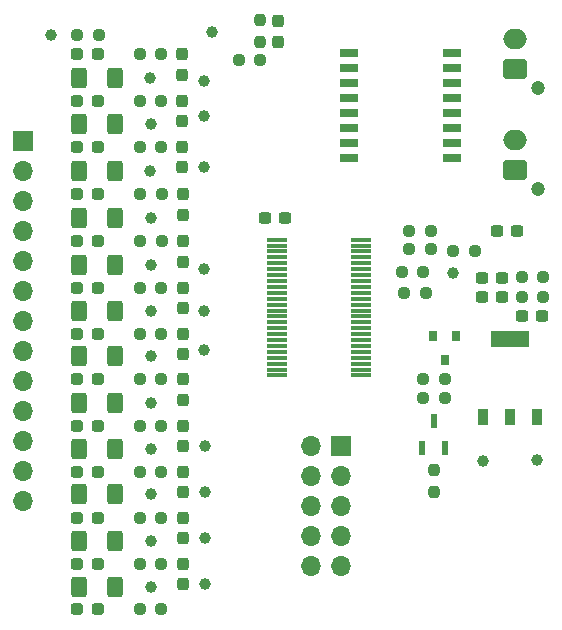
<source format=gts>
%TF.GenerationSoftware,KiCad,Pcbnew,(6.0.11)*%
%TF.CreationDate,2023-07-31T18:46:05+10:00*%
%TF.ProjectId,LVBMS_A_Sample_R2,4c56424d-535f-4415-9f53-616d706c655f,1*%
%TF.SameCoordinates,Original*%
%TF.FileFunction,Soldermask,Top*%
%TF.FilePolarity,Negative*%
%FSLAX46Y46*%
G04 Gerber Fmt 4.6, Leading zero omitted, Abs format (unit mm)*
G04 Created by KiCad (PCBNEW (6.0.11)) date 2023-07-31 18:46:05*
%MOMM*%
%LPD*%
G01*
G04 APERTURE LIST*
G04 Aperture macros list*
%AMRoundRect*
0 Rectangle with rounded corners*
0 $1 Rounding radius*
0 $2 $3 $4 $5 $6 $7 $8 $9 X,Y pos of 4 corners*
0 Add a 4 corners polygon primitive as box body*
4,1,4,$2,$3,$4,$5,$6,$7,$8,$9,$2,$3,0*
0 Add four circle primitives for the rounded corners*
1,1,$1+$1,$2,$3*
1,1,$1+$1,$4,$5*
1,1,$1+$1,$6,$7*
1,1,$1+$1,$8,$9*
0 Add four rect primitives between the rounded corners*
20,1,$1+$1,$2,$3,$4,$5,0*
20,1,$1+$1,$4,$5,$6,$7,0*
20,1,$1+$1,$6,$7,$8,$9,0*
20,1,$1+$1,$8,$9,$2,$3,0*%
G04 Aperture macros list end*
%ADD10RoundRect,0.250000X-0.400000X-0.625000X0.400000X-0.625000X0.400000X0.625000X-0.400000X0.625000X0*%
%ADD11C,1.000000*%
%ADD12RoundRect,0.237500X0.250000X0.237500X-0.250000X0.237500X-0.250000X-0.237500X0.250000X-0.237500X0*%
%ADD13RoundRect,0.237500X-0.250000X-0.237500X0.250000X-0.237500X0.250000X0.237500X-0.250000X0.237500X0*%
%ADD14RoundRect,0.237500X0.300000X0.237500X-0.300000X0.237500X-0.300000X-0.237500X0.300000X-0.237500X0*%
%ADD15RoundRect,0.237500X0.237500X-0.300000X0.237500X0.300000X-0.237500X0.300000X-0.237500X-0.300000X0*%
%ADD16RoundRect,0.237500X-0.300000X-0.237500X0.300000X-0.237500X0.300000X0.237500X-0.300000X0.237500X0*%
%ADD17R,1.800000X0.300000*%
%ADD18RoundRect,0.237500X-0.287500X-0.237500X0.287500X-0.237500X0.287500X0.237500X-0.287500X0.237500X0*%
%ADD19C,1.200000*%
%ADD20RoundRect,0.250000X0.750000X-0.600000X0.750000X0.600000X-0.750000X0.600000X-0.750000X-0.600000X0*%
%ADD21O,2.000000X1.700000*%
%ADD22RoundRect,0.237500X0.237500X-0.250000X0.237500X0.250000X-0.237500X0.250000X-0.237500X-0.250000X0*%
%ADD23R,1.700000X1.700000*%
%ADD24O,1.700000X1.700000*%
%ADD25R,0.950000X1.450000*%
%ADD26R,3.200000X1.450000*%
%ADD27R,0.600000X1.150000*%
%ADD28R,1.595000X0.800000*%
%ADD29R,0.800000X0.900000*%
G04 APERTURE END LIST*
D10*
%TO.C,R47*%
X132384500Y-114528600D03*
X135484500Y-114528600D03*
%TD*%
D11*
%TO.C,TP15*%
X138487800Y-110642400D03*
%TD*%
D12*
%TO.C,R10*%
X134084200Y-67843400D03*
X132259200Y-67843400D03*
%TD*%
D13*
%TO.C,R4*%
X160377500Y-84404200D03*
X162202500Y-84404200D03*
%TD*%
D11*
%TO.C,TP28*%
X143002000Y-79044800D03*
%TD*%
D14*
%TO.C,C5*%
X149884300Y-83312000D03*
X148159300Y-83312000D03*
%TD*%
D10*
%TO.C,R36*%
X132384200Y-71450200D03*
X135484200Y-71450200D03*
%TD*%
D15*
%TO.C,C15*%
X141180200Y-106525400D03*
X141180200Y-104800400D03*
%TD*%
D16*
%TO.C,C20*%
X167768100Y-84404200D03*
X169493100Y-84404200D03*
%TD*%
D17*
%TO.C,U1*%
X149212200Y-85155600D03*
X149212200Y-85655600D03*
X149212200Y-86155600D03*
X149212200Y-86655600D03*
X149212200Y-87155600D03*
X149212200Y-87655600D03*
X149212200Y-88155600D03*
X149212200Y-88655600D03*
X149212200Y-89155600D03*
X149212200Y-89655600D03*
X149212200Y-90155600D03*
X149212200Y-90655600D03*
X149212200Y-91155600D03*
X149212200Y-91655600D03*
X149212200Y-92155600D03*
X149212200Y-92655600D03*
X149212200Y-93155600D03*
X149212200Y-93655600D03*
X149212200Y-94155600D03*
X149212200Y-94655600D03*
X149212200Y-95155600D03*
X149212200Y-95655600D03*
X149212200Y-96155600D03*
X149212200Y-96655600D03*
X156312200Y-96655600D03*
X156312200Y-96155600D03*
X156312200Y-95655600D03*
X156312200Y-95155600D03*
X156312200Y-94655600D03*
X156312200Y-94155600D03*
X156312200Y-93655600D03*
X156312200Y-93155600D03*
X156312200Y-92655600D03*
X156312200Y-92155600D03*
X156312200Y-91655600D03*
X156312200Y-91155600D03*
X156312200Y-90655600D03*
X156312200Y-90155600D03*
X156312200Y-89655600D03*
X156312200Y-89155600D03*
X156312200Y-88655600D03*
X156312200Y-88155600D03*
X156312200Y-87655600D03*
X156312200Y-87155600D03*
X156312200Y-86655600D03*
X156312200Y-86155600D03*
X156312200Y-85655600D03*
X156312200Y-85155600D03*
%TD*%
D12*
%TO.C,R21*%
X139400300Y-89255600D03*
X137575300Y-89255600D03*
%TD*%
D13*
%TO.C,R6*%
X159742500Y-87934800D03*
X161567500Y-87934800D03*
%TD*%
D12*
%TO.C,R13*%
X139393300Y-73406000D03*
X137568300Y-73406000D03*
%TD*%
D18*
%TO.C,F8*%
X132259500Y-96977200D03*
X134009500Y-96977200D03*
%TD*%
D11*
%TO.C,TP35*%
X143103600Y-110411600D03*
%TD*%
D12*
%TO.C,R32*%
X139400300Y-104800400D03*
X137575300Y-104800400D03*
%TD*%
D19*
%TO.C,J1*%
X171316400Y-72288200D03*
D20*
X169316400Y-70688200D03*
D21*
X169316400Y-68188200D03*
%TD*%
D11*
%TO.C,TP29*%
X143002000Y-87680800D03*
%TD*%
D15*
%TO.C,C11*%
X141180200Y-90980600D03*
X141180200Y-89255600D03*
%TD*%
D22*
%TO.C,R2*%
X162433000Y-106500300D03*
X162433000Y-104675300D03*
%TD*%
D18*
%TO.C,F2*%
X132259200Y-73406000D03*
X134009200Y-73406000D03*
%TD*%
D11*
%TO.C,TP33*%
X143103600Y-102639200D03*
%TD*%
%TO.C,TP6*%
X138487800Y-75361800D03*
%TD*%
D13*
%TO.C,R49*%
X169904700Y-88354200D03*
X171729700Y-88354200D03*
%TD*%
D12*
%TO.C,R35*%
X139400300Y-116459000D03*
X137575300Y-116459000D03*
%TD*%
D10*
%TO.C,R39*%
X132384200Y-83286600D03*
X135484200Y-83286600D03*
%TD*%
D18*
%TO.C,F5*%
X132259200Y-85293200D03*
X134009200Y-85293200D03*
%TD*%
D10*
%TO.C,R42*%
X132384500Y-95046800D03*
X135484500Y-95046800D03*
%TD*%
D12*
%TO.C,R5*%
X162202500Y-85953600D03*
X160377500Y-85953600D03*
%TD*%
D11*
%TO.C,TP25*%
X143002000Y-71729600D03*
%TD*%
D15*
%TO.C,C19*%
X149301200Y-68401100D03*
X149301200Y-66676100D03*
%TD*%
D12*
%TO.C,R17*%
X139409100Y-81305400D03*
X137584100Y-81305400D03*
%TD*%
D23*
%TO.C,J2*%
X127711200Y-76809600D03*
D24*
X127711200Y-79349600D03*
X127711200Y-81889600D03*
X127711200Y-84429600D03*
X127711200Y-86969600D03*
X127711200Y-89509600D03*
X127711200Y-92049600D03*
X127711200Y-94589600D03*
X127711200Y-97129600D03*
X127711200Y-99669600D03*
X127711200Y-102209600D03*
X127711200Y-104749600D03*
X127711200Y-107289600D03*
%TD*%
D12*
%TO.C,R34*%
X139400300Y-112598200D03*
X137575300Y-112598200D03*
%TD*%
D18*
%TO.C,F7*%
X132259200Y-93116400D03*
X134009200Y-93116400D03*
%TD*%
%TO.C,F12*%
X132259500Y-112598200D03*
X134009500Y-112598200D03*
%TD*%
D16*
%TO.C,C4*%
X166499200Y-88366600D03*
X168224200Y-88366600D03*
%TD*%
D15*
%TO.C,C16*%
X141180200Y-110411600D03*
X141180200Y-108686600D03*
%TD*%
D18*
%TO.C,F13*%
X132259500Y-116459000D03*
X134009500Y-116459000D03*
%TD*%
D23*
%TO.C,J4*%
X154579000Y-102620600D03*
D24*
X152039000Y-102620600D03*
X154579000Y-105160600D03*
X152039000Y-105160600D03*
X154579000Y-107700600D03*
X152039000Y-107700600D03*
X154579000Y-110240600D03*
X152039000Y-110240600D03*
X154579000Y-112780600D03*
X152039000Y-112780600D03*
%TD*%
D25*
%TO.C,Q2*%
X166596000Y-100201000D03*
X168896000Y-100201000D03*
X171196000Y-100201000D03*
D26*
X168896000Y-93601000D03*
%TD*%
D12*
%TO.C,R52*%
X163370900Y-98526600D03*
X161545900Y-98526600D03*
%TD*%
D18*
%TO.C,F3*%
X132259800Y-77317600D03*
X134009800Y-77317600D03*
%TD*%
%TO.C,F9*%
X132259500Y-100914200D03*
X134009500Y-100914200D03*
%TD*%
D15*
%TO.C,C9*%
X141189000Y-83030400D03*
X141189000Y-81305400D03*
%TD*%
D11*
%TO.C,TP10*%
X138487800Y-91155600D03*
%TD*%
D12*
%TO.C,R29*%
X139400300Y-93116400D03*
X137575300Y-93116400D03*
%TD*%
D11*
%TO.C,TP27*%
X143002000Y-74726800D03*
%TD*%
D13*
%TO.C,R48*%
X169904700Y-90030600D03*
X171729700Y-90030600D03*
%TD*%
D27*
%TO.C,Q1*%
X161483000Y-102775400D03*
X163383000Y-102775400D03*
X162433000Y-100475400D03*
%TD*%
D12*
%TO.C,R31*%
X139400300Y-100914200D03*
X137575300Y-100914200D03*
%TD*%
D10*
%TO.C,R44*%
X132384500Y-102870000D03*
X135484500Y-102870000D03*
%TD*%
%TO.C,R43*%
X132384500Y-98958400D03*
X135484500Y-98958400D03*
%TD*%
D28*
%TO.C,T1*%
X163965600Y-78206600D03*
X163965600Y-76936600D03*
X163965600Y-75666600D03*
X163965600Y-74396600D03*
X163965600Y-73126600D03*
X163965600Y-71856600D03*
X163965600Y-70586600D03*
X163965600Y-69316600D03*
X155261600Y-69316600D03*
X155261600Y-70586600D03*
X155261600Y-71856600D03*
X155261600Y-73126600D03*
X155261600Y-74396600D03*
X155261600Y-75666600D03*
X155261600Y-76936600D03*
X155261600Y-78206600D03*
%TD*%
D22*
%TO.C,R3*%
X147751800Y-68401100D03*
X147751800Y-66576100D03*
%TD*%
D15*
%TO.C,C6*%
X141173200Y-71195100D03*
X141173200Y-69470100D03*
%TD*%
D18*
%TO.C,F4*%
X132259800Y-81305400D03*
X134009800Y-81305400D03*
%TD*%
D10*
%TO.C,R38*%
X132384800Y-79324200D03*
X135484800Y-79324200D03*
%TD*%
D15*
%TO.C,C17*%
X141180200Y-114323200D03*
X141180200Y-112598200D03*
%TD*%
D18*
%TO.C,F11*%
X132259500Y-108686600D03*
X134009500Y-108686600D03*
%TD*%
D10*
%TO.C,R40*%
X132384200Y-87274400D03*
X135484200Y-87274400D03*
%TD*%
D11*
%TO.C,TP9*%
X138506200Y-87274400D03*
%TD*%
D15*
%TO.C,C14*%
X141180200Y-102639200D03*
X141180200Y-100914200D03*
%TD*%
D18*
%TO.C,F1*%
X132259200Y-69458800D03*
X134009200Y-69458800D03*
%TD*%
D13*
%TO.C,R53*%
X161545900Y-96951800D03*
X163370900Y-96951800D03*
%TD*%
D12*
%TO.C,R15*%
X139395100Y-77317600D03*
X137570100Y-77317600D03*
%TD*%
D11*
%TO.C,TP8*%
X138496600Y-83286600D03*
%TD*%
D12*
%TO.C,R33*%
X139400300Y-108686600D03*
X137575300Y-108686600D03*
%TD*%
D11*
%TO.C,TP1*%
X166624000Y-103936800D03*
%TD*%
D29*
%TO.C,Q15*%
X164322800Y-93335600D03*
X162422800Y-93335600D03*
X163372800Y-95335600D03*
%TD*%
D15*
%TO.C,C7*%
X141173200Y-75131000D03*
X141173200Y-73406000D03*
%TD*%
D11*
%TO.C,TP4*%
X143662400Y-67614800D03*
%TD*%
D10*
%TO.C,R46*%
X132384500Y-110642400D03*
X135484500Y-110642400D03*
%TD*%
D11*
%TO.C,TP2*%
X130022600Y-67843400D03*
%TD*%
D18*
%TO.C,F10*%
X132259500Y-104800400D03*
X134009500Y-104800400D03*
%TD*%
D11*
%TO.C,TP3*%
X171196000Y-103835200D03*
%TD*%
D12*
%TO.C,R11*%
X139393300Y-69458800D03*
X137568300Y-69458800D03*
%TD*%
D16*
%TO.C,C2*%
X169904700Y-91605400D03*
X171629700Y-91605400D03*
%TD*%
D11*
%TO.C,TP12*%
X138487800Y-98958400D03*
%TD*%
%TO.C,TP11*%
X138487800Y-95046800D03*
%TD*%
D15*
%TO.C,C10*%
X141198600Y-87018200D03*
X141198600Y-85293200D03*
%TD*%
D10*
%TO.C,R41*%
X132384200Y-91186000D03*
X135484200Y-91186000D03*
%TD*%
D12*
%TO.C,R7*%
X161770700Y-89655600D03*
X159945700Y-89655600D03*
%TD*%
D16*
%TO.C,C3*%
X166500300Y-90030600D03*
X168225300Y-90030600D03*
%TD*%
D11*
%TO.C,TP5*%
X138455400Y-71450200D03*
%TD*%
D13*
%TO.C,R1*%
X145926800Y-69977000D03*
X147751800Y-69977000D03*
%TD*%
D18*
%TO.C,F6*%
X132259200Y-89255600D03*
X134009200Y-89255600D03*
%TD*%
D11*
%TO.C,TP34*%
X143103600Y-106525400D03*
%TD*%
D13*
%TO.C,R8*%
X164109400Y-86155600D03*
X165934400Y-86155600D03*
%TD*%
D12*
%TO.C,R19*%
X139418700Y-85293200D03*
X137593700Y-85293200D03*
%TD*%
D11*
%TO.C,TP30*%
X143002000Y-91155600D03*
%TD*%
%TO.C,TP36*%
X143103600Y-114323200D03*
%TD*%
%TO.C,TP31*%
X143002000Y-94538800D03*
%TD*%
%TO.C,TP17*%
X164109400Y-87958300D03*
%TD*%
D15*
%TO.C,C8*%
X141175000Y-79042600D03*
X141175000Y-77317600D03*
%TD*%
D11*
%TO.C,TP7*%
X138457200Y-79324200D03*
%TD*%
%TO.C,TP14*%
X138487800Y-106730800D03*
%TD*%
D15*
%TO.C,C12*%
X141180200Y-94841400D03*
X141180200Y-93116400D03*
%TD*%
D10*
%TO.C,R45*%
X132384500Y-106730800D03*
X135484500Y-106730800D03*
%TD*%
D12*
%TO.C,R30*%
X139400300Y-96977200D03*
X137575300Y-96977200D03*
%TD*%
D10*
%TO.C,R37*%
X132384800Y-75361800D03*
X135484800Y-75361800D03*
%TD*%
D15*
%TO.C,C13*%
X141180200Y-98702200D03*
X141180200Y-96977200D03*
%TD*%
D11*
%TO.C,TP16*%
X138487800Y-114528600D03*
%TD*%
%TO.C,TP13*%
X138487800Y-102870000D03*
%TD*%
D19*
%TO.C,J3*%
X171316400Y-80848000D03*
D20*
X169316400Y-79248000D03*
D21*
X169316400Y-76748000D03*
%TD*%
M02*

</source>
